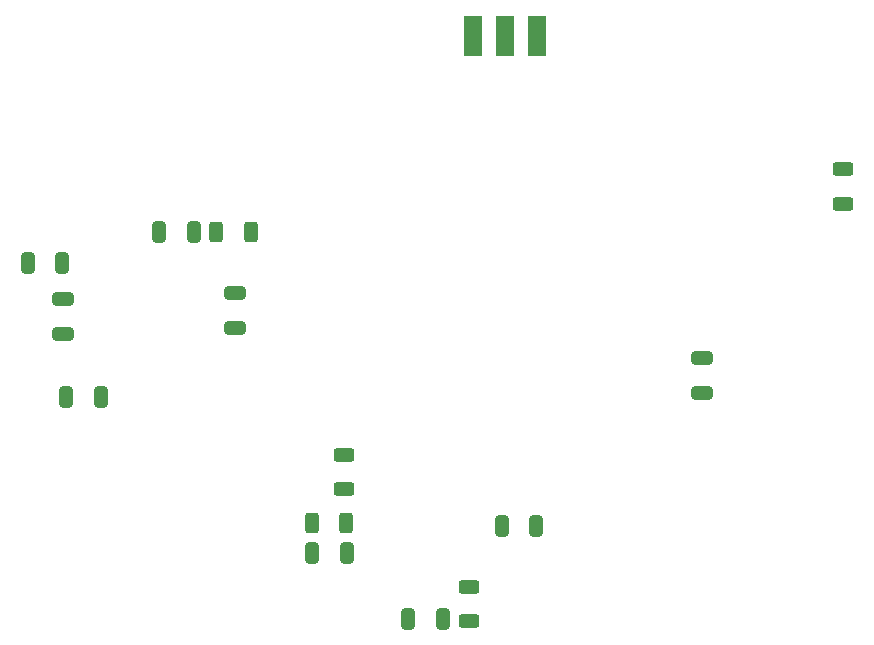
<source format=gbr>
%TF.GenerationSoftware,KiCad,Pcbnew,(6.0.7)*%
%TF.CreationDate,2023-03-17T11:03:48-04:00*%
%TF.ProjectId,DCV v2,44435620-7632-42e6-9b69-6361645f7063,rev?*%
%TF.SameCoordinates,Original*%
%TF.FileFunction,Paste,Top*%
%TF.FilePolarity,Positive*%
%FSLAX46Y46*%
G04 Gerber Fmt 4.6, Leading zero omitted, Abs format (unit mm)*
G04 Created by KiCad (PCBNEW (6.0.7)) date 2023-03-17 11:03:48*
%MOMM*%
%LPD*%
G01*
G04 APERTURE LIST*
G04 Aperture macros list*
%AMRoundRect*
0 Rectangle with rounded corners*
0 $1 Rounding radius*
0 $2 $3 $4 $5 $6 $7 $8 $9 X,Y pos of 4 corners*
0 Add a 4 corners polygon primitive as box body*
4,1,4,$2,$3,$4,$5,$6,$7,$8,$9,$2,$3,0*
0 Add four circle primitives for the rounded corners*
1,1,$1+$1,$2,$3*
1,1,$1+$1,$4,$5*
1,1,$1+$1,$6,$7*
1,1,$1+$1,$8,$9*
0 Add four rect primitives between the rounded corners*
20,1,$1+$1,$2,$3,$4,$5,0*
20,1,$1+$1,$4,$5,$6,$7,0*
20,1,$1+$1,$6,$7,$8,$9,0*
20,1,$1+$1,$8,$9,$2,$3,0*%
G04 Aperture macros list end*
%ADD10RoundRect,0.250000X-0.325000X-0.650000X0.325000X-0.650000X0.325000X0.650000X-0.325000X0.650000X0*%
%ADD11RoundRect,0.250000X-0.625000X0.312500X-0.625000X-0.312500X0.625000X-0.312500X0.625000X0.312500X0*%
%ADD12RoundRect,0.250000X-0.650000X0.325000X-0.650000X-0.325000X0.650000X-0.325000X0.650000X0.325000X0*%
%ADD13RoundRect,0.250000X0.625000X-0.312500X0.625000X0.312500X-0.625000X0.312500X-0.625000X-0.312500X0*%
%ADD14RoundRect,0.250000X0.325000X0.650000X-0.325000X0.650000X-0.325000X-0.650000X0.325000X-0.650000X0*%
%ADD15RoundRect,0.250000X0.650000X-0.325000X0.650000X0.325000X-0.650000X0.325000X-0.650000X-0.325000X0*%
%ADD16RoundRect,0.250000X-0.312500X-0.625000X0.312500X-0.625000X0.312500X0.625000X-0.312500X0.625000X0*%
%ADD17R,1.500000X3.500000*%
%ADD18RoundRect,0.250000X0.312500X0.625000X-0.312500X0.625000X-0.312500X-0.625000X0.312500X-0.625000X0*%
G04 APERTURE END LIST*
D10*
%TO.C,C8*%
X42162200Y-44297600D03*
X45112200Y-44297600D03*
%TD*%
D11*
%TO.C,R7*%
X68960651Y-60503500D03*
X68960651Y-63428500D03*
%TD*%
D12*
%TO.C,C2*%
X45120400Y-47303000D03*
X45120400Y-50253000D03*
%TD*%
D13*
%TO.C,R8*%
X79492000Y-74604500D03*
X79492000Y-71679500D03*
%TD*%
D12*
%TO.C,C6*%
X59753500Y-46848500D03*
X59753500Y-49798500D03*
%TD*%
D14*
%TO.C,C4*%
X69214651Y-68824000D03*
X66264651Y-68824000D03*
%TD*%
%TO.C,C5*%
X56259900Y-41666000D03*
X53309900Y-41666000D03*
%TD*%
D15*
%TO.C,C10*%
X99298000Y-55244500D03*
X99298000Y-52294500D03*
%TD*%
D16*
%TO.C,R1*%
X66228151Y-66284000D03*
X69153151Y-66284000D03*
%TD*%
D17*
%TO.C,J3*%
X82550000Y-25046500D03*
X85250000Y-25046500D03*
X79850000Y-25046500D03*
%TD*%
D14*
%TO.C,C14*%
X77293651Y-74412000D03*
X74343651Y-74412000D03*
%TD*%
D10*
%TO.C,C13*%
X82296000Y-66548000D03*
X85246000Y-66548000D03*
%TD*%
D14*
%TO.C,C1*%
X48363400Y-55626000D03*
X45413400Y-55626000D03*
%TD*%
D13*
%TO.C,R6*%
X111165000Y-39279000D03*
X111165000Y-36354000D03*
%TD*%
D18*
%TO.C,R2*%
X61060900Y-41666000D03*
X58135900Y-41666000D03*
%TD*%
M02*

</source>
